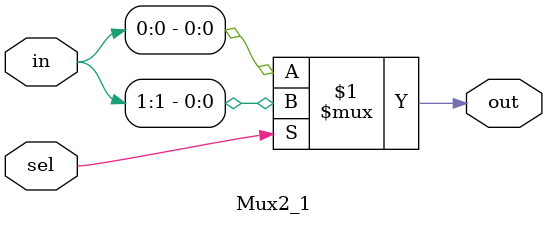
<source format=v>
/*
    2 to 1 Mux
    by Alex Wang
*/

module Mux2_1(in, sel, out);
    input [1:0] in;
    input sel;
    output out;

    assign out = sel? in[1]:in[0];
    
endmodule
</source>
